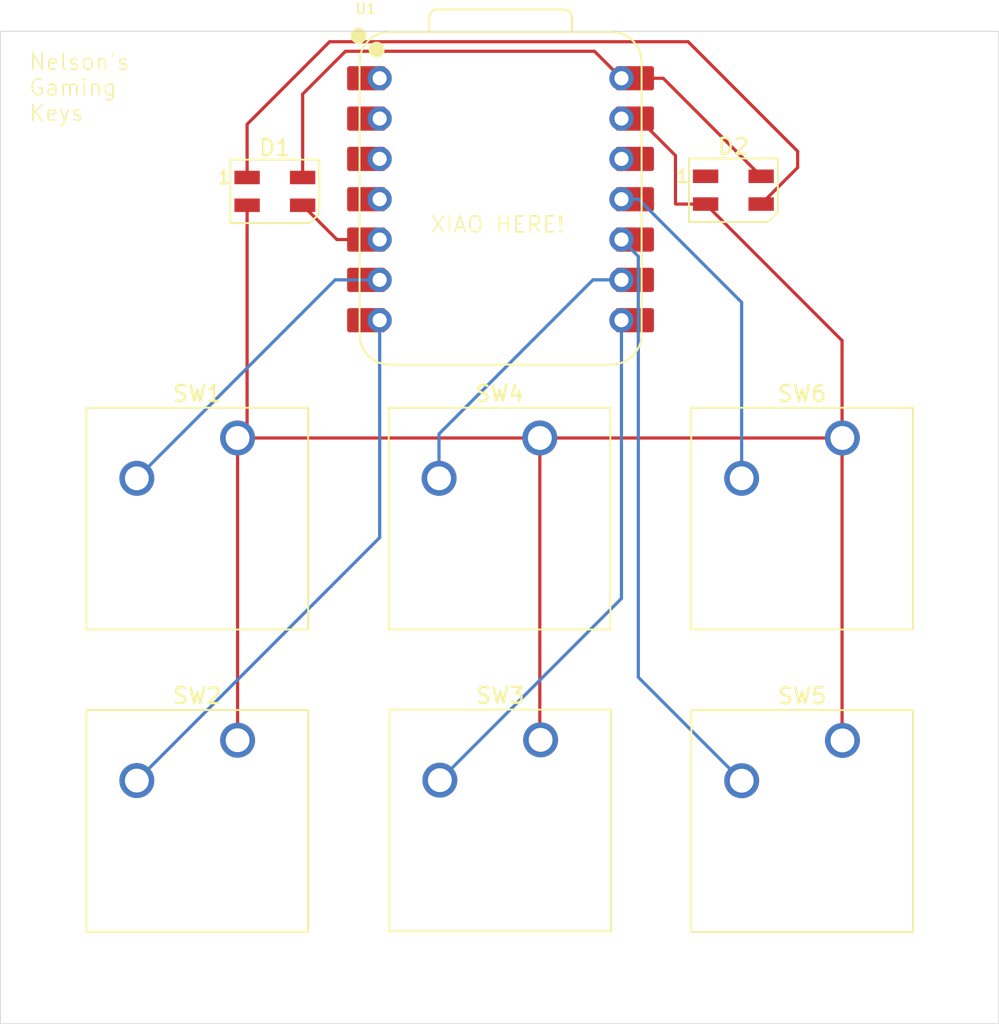
<source format=kicad_pcb>
(kicad_pcb (version 20241229) (generator "pcbnew") (generator_version "9.0")
  (layers (0 "F.Cu" signal) (2 "B.Cu" signal) (13 "F.Paste" user) (15 "B.Paste" user) (5 "F.SilkS" user "F.Silkscreen") (7 "B.SilkS" user "B.Silkscreen") (1 "F.Mask" user) (3 "B.Mask" user) (25 "Edge.Cuts" user))
  (net 0 "")
  (net 1 "GND")
  (net 2 "+5V")
  (net 3 "Net-(D1-DIN)")
  (net 4 "Net-(D1-DOUT)")
  (net 6 "Net-(U1-GPIO1{slash}RX)")
  (net 7 "Net-(U1-GPIO2{slash}SCK)")
  (net 8 "Net-(U1-GPIO4{slash}MISO)")
  (net 9 "Net-(U1-GPIO3{slash}MOSI)")
  (net 12 "Net-(U1-GPIO7{slash}SCL)")
  (net 15 "Net-(U1-GPIO0{slash}TX)")
  (footprint "Button_Switch_Keyboard:SW_Cherry_MX_1.00u_PCB" (layer "F.Cu") (at 164.4 102.7)
    (property "Reference" "SW2" (at -2.54 -2.794 0) (layer "F.SilkS"))
    (property "Value" "SW_Push")
    (fp_line (start -9.525 -1.905) (end 4.445 -1.905) (stroke (width 0.12)) (layer "F.SilkS"))
    (fp_line (start -9.525 12.065) (end -9.525 -1.905) (stroke (width 0.12)) (layer "F.SilkS"))
    (fp_line (start 4.445 -1.905) (end 4.445 12.065) (stroke (width 0.12)) (layer "F.SilkS"))
    (fp_line (start 4.445 12.065) (end -9.525 12.065) (stroke (width 0.12)) (layer "F.SilkS"))
    (pad "" np_thru_hole circle (at -7.62 5.08) (size 1.7 1.7) (drill 1.7) (layers "*.Cu" "*.Mask"))
    (pad "" np_thru_hole circle (at -2.54 5.08) (size 4 4) (drill 4) (layers "*.Cu" "*.Mask"))
    (pad "" np_thru_hole circle (at 2.54 5.08) (size 1.7 1.7) (drill 1.7) (layers "*.Cu" "*.Mask"))
    (pad "1" thru_hole circle (at 0 0) (size 2.2 2.2) (drill 1.5) (layers "*.Cu" "*.Mask") (net 1 "GND"))
    (pad "2" thru_hole circle (at -6.35 2.54) (size 2.2 2.2) (drill 1.5) (layers "*.Cu" "*.Mask") (net 15 "Net-(U1-GPIO0{slash}TX)"))
  )
  (footprint "Button_Switch_Keyboard:SW_Cherry_MX_1.00u_PCB" (layer "F.Cu") (at 164.4 83.66)
    (property "Reference" "SW1" (at -2.54 -2.794 0) (layer "F.SilkS"))
    (property "Value" "SW_Push")
    (fp_line (start -9.525 -1.905) (end 4.445 -1.905) (stroke (width 0.12)) (layer "F.SilkS"))
    (fp_line (start -9.525 12.065) (end -9.525 -1.905) (stroke (width 0.12)) (layer "F.SilkS"))
    (fp_line (start 4.445 -1.905) (end 4.445 12.065) (stroke (width 0.12)) (layer "F.SilkS"))
    (fp_line (start 4.445 12.065) (end -9.525 12.065) (stroke (width 0.12)) (layer "F.SilkS"))
    (pad "" np_thru_hole circle (at -7.62 5.08) (size 1.7 1.7) (drill 1.7) (layers "*.Cu" "*.Mask"))
    (pad "" np_thru_hole circle (at -2.54 5.08) (size 4 4) (drill 4) (layers "*.Cu" "*.Mask"))
    (pad "" np_thru_hole circle (at 2.54 5.08) (size 1.7 1.7) (drill 1.7) (layers "*.Cu" "*.Mask"))
    (pad "1" thru_hole circle (at 0 0) (size 2.2 2.2) (drill 1.5) (layers "*.Cu" "*.Mask") (net 1 "GND"))
    (pad "2" thru_hole circle (at -6.35 2.54) (size 2.2 2.2) (drill 1.5) (layers "*.Cu" "*.Mask") (net 12 "Net-(U1-GPIO7{slash}SCL)"))
  )
  (footprint "Button_Switch_Keyboard:SW_Cherry_MX_1.00u_PCB" (layer "F.Cu") (at 183.5 102.675)
    (property "Reference" "SW3" (at -2.54 -2.794 0) (layer "F.SilkS"))
    (property "Value" "SW_Push")
    (fp_line (start -9.525 -1.905) (end 4.445 -1.905) (stroke (width 0.12)) (layer "F.SilkS"))
    (fp_line (start -9.525 12.065) (end -9.525 -1.905) (stroke (width 0.12)) (layer "F.SilkS"))
    (fp_line (start 4.445 -1.905) (end 4.445 12.065) (stroke (width 0.12)) (layer "F.SilkS"))
    (fp_line (start 4.445 12.065) (end -9.525 12.065) (stroke (width 0.12)) (layer "F.SilkS"))
    (pad "" np_thru_hole circle (at -7.62 5.08) (size 1.7 1.7) (drill 1.7) (layers "*.Cu" "*.Mask"))
    (pad "" np_thru_hole circle (at -2.54 5.08) (size 4 4) (drill 4) (layers "*.Cu" "*.Mask"))
    (pad "" np_thru_hole circle (at 2.54 5.08) (size 1.7 1.7) (drill 1.7) (layers "*.Cu" "*.Mask"))
    (pad "1" thru_hole circle (at 0 0) (size 2.2 2.2) (drill 1.5) (layers "*.Cu" "*.Mask") (net 1 "GND"))
    (pad "2" thru_hole circle (at -6.35 2.54) (size 2.2 2.2) (drill 1.5) (layers "*.Cu" "*.Mask") (net 6 "Net-(U1-GPIO1{slash}RX)"))
  )
  (footprint "OPL:XIAO-RP2040-DIP" (layer "F.Cu") (at 180.975 68.62)
    (property "Reference" "U1" (at -8.5 -12 0) (layer "F.SilkS") (effects (font (size 0.635 0.635) (thickness 0.1016))))
    (property "Value" "XIAO-RP2040-DIP")
    (fp_line (start -8.89 8.509) (end -8.89 -8.636) (stroke (width 0.127)) (layer "F.SilkS"))
    (fp_line (start -6.985 10.414) (end 6.985 10.414) (stroke (width 0.127)) (layer "F.SilkS"))
    (fp_line (start -4.495 -10.541) (end -4.491272 -11.451272) (stroke (width 0.127)) (layer "F.SilkS"))
    (fp_line (start -3.991272 -11.951) (end 4.004 -11.951) (stroke (width 0.127)) (layer "F.SilkS"))
    (fp_line (start 4.504 -11.451) (end 4.504 -10.541) (stroke (width 0.127)) (layer "F.SilkS"))
    (fp_line (start 6.985 -10.541) (end -6.985 -10.541) (stroke (width 0.1)) (layer "F.SilkS"))
    (fp_line (start 6.985 -10.541) (end -6.985 -10.541) (stroke (width 0.127)) (layer "F.SilkS"))
    (fp_line (start 8.89 8.509) (end 8.89 -8.636) (stroke (width 0.127)) (layer "F.SilkS"))
    (fp_arc (start -8.89 -8.636) (mid -8.332038 -9.983038) (end -6.985 -10.541) (stroke (width 0.127)) (layer "F.SilkS"))
    (fp_arc (start -6.985 10.414) (mid -8.332038 9.856038) (end -8.89 8.509) (stroke (width 0.127)) (layer "F.SilkS"))
    (fp_arc (start -4.491272 -11.451272) (mid -4.344728 -11.80464) (end -3.991272 -11.951) (stroke (width 0.127)) (layer "F.SilkS"))
    (fp_arc (start 4.004 -11.951) (mid 4.357553 -11.804553) (end 4.504 -11.451) (stroke (width 0.127)) (layer "F.SilkS"))
    (fp_arc (start 6.985 -10.541) (mid 8.332038 -9.983038) (end 8.89 -8.636) (stroke (width 0.127)) (layer "F.SilkS"))
    (fp_arc (start 8.89 8.509) (mid 8.332038 9.856038) (end 6.985 10.414) (stroke (width 0.127)) (layer "F.SilkS"))
    (fp_circle (center -8.95 -10.3) (end -8.95 -10.554) (stroke (width 0.5)) (fill yes) (layer "F.SilkS"))
    (fp_circle (center -7.807 -9.42) (end -7.807 -9.674) (stroke (width 0.5)) (fill yes) (layer "F.SilkS"))
    (pad "1" smd roundrect (at -8.455 -7.62 180) (size 2.432 1.524) (layers "F.Cu" "F.Mask") (roundrect_rratio 0.1))
    (pad "1" thru_hole circle (at -7.62 -7.62 180) (size 1.524 1.524) (drill 0.889) (layers "*.Cu" "*.Mask"))
    (pad "2" smd roundrect (at -8.455 -5.08 180) (size 2.432 1.524) (layers "F.Cu" "F.Mask") (roundrect_rratio 0.1))
    (pad "2" thru_hole circle (at -7.62 -5.08 180) (size 1.524 1.524) (drill 0.889) (layers "*.Cu" "*.Mask"))
    (pad "3" smd roundrect (at -8.455 -2.54 180) (size 2.432 1.524) (layers "F.Cu" "F.Mask") (roundrect_rratio 0.1))
    (pad "3" thru_hole circle (at -7.62 -2.54 180) (size 1.524 1.524) (drill 0.889) (layers "*.Cu" "*.Mask"))
    (pad "4" smd roundrect (at -8.455 0 180) (size 2.432 1.524) (layers "F.Cu" "F.Mask") (roundrect_rratio 0.1))
    (pad "4" thru_hole circle (at -7.62 0 180) (size 1.524 1.524) (drill 0.889) (layers "*.Cu" "*.Mask"))
    (pad "5" smd roundrect (at -8.455 2.54 180) (size 2.432 1.524) (layers "F.Cu" "F.Mask") (roundrect_rratio 0.1) (net 3 "Net-(D1-DIN)"))
    (pad "5" thru_hole circle (at -7.62 2.54 180) (size 1.524 1.524) (drill 0.889) (layers "*.Cu" "*.Mask") (net 3 "Net-(D1-DIN)"))
    (pad "6" smd roundrect (at -8.455 5.08 180) (size 2.432 1.524) (layers "F.Cu" "F.Mask") (roundrect_rratio 0.1) (net 12 "Net-(U1-GPIO7{slash}SCL)"))
    (pad "6" thru_hole circle (at -7.62 5.08 180) (size 1.524 1.524) (drill 0.889) (layers "*.Cu" "*.Mask") (net 12 "Net-(U1-GPIO7{slash}SCL)"))
    (pad "7" smd roundrect (at -8.455 7.62 180) (size 2.432 1.524) (layers "F.Cu" "F.Mask") (roundrect_rratio 0.1) (net 15 "Net-(U1-GPIO0{slash}TX)"))
    (pad "7" thru_hole circle (at -7.62 7.62 180) (size 1.524 1.524) (drill 0.889) (layers "*.Cu" "*.Mask") (net 15 "Net-(U1-GPIO0{slash}TX)"))
    (pad "8" thru_hole circle (at 7.62 7.62) (size 1.524 1.524) (drill 0.889) (layers "*.Cu" "*.Mask") (net 6 "Net-(U1-GPIO1{slash}RX)"))
    (pad "8" smd roundrect (at 8.455 7.62) (size 2.432 1.524) (layers "F.Cu" "F.Mask") (roundrect_rratio 0.1) (net 6 "Net-(U1-GPIO1{slash}RX)"))
    (pad "9" thru_hole circle (at 7.62 5.08) (size 1.524 1.524) (drill 0.889) (layers "*.Cu" "*.Mask") (net 7 "Net-(U1-GPIO2{slash}SCK)"))
    (pad "9" smd roundrect (at 8.455 5.08) (size 2.432 1.524) (layers "F.Cu" "F.Mask") (roundrect_rratio 0.1) (net 7 "Net-(U1-GPIO2{slash}SCK)"))
    (pad "10" thru_hole circle (at 7.62 2.54) (size 1.524 1.524) (drill 0.889) (layers "*.Cu" "*.Mask") (net 8 "Net-(U1-GPIO4{slash}MISO)"))
    (pad "10" smd roundrect (at 8.455 2.54) (size 2.432 1.524) (layers "F.Cu" "F.Mask") (roundrect_rratio 0.1) (net 8 "Net-(U1-GPIO4{slash}MISO)"))
    (pad "11" thru_hole circle (at 7.62 0) (size 1.524 1.524) (drill 0.889) (layers "*.Cu" "*.Mask") (net 9 "Net-(U1-GPIO3{slash}MOSI)"))
    (pad "11" smd roundrect (at 8.455 0) (size 2.432 1.524) (layers "F.Cu" "F.Mask") (roundrect_rratio 0.1) (net 9 "Net-(U1-GPIO3{slash}MOSI)"))
    (pad "12" thru_hole circle (at 7.62 -2.54) (size 1.524 1.524) (drill 0.889) (layers "*.Cu" "*.Mask"))
    (pad "12" smd roundrect (at 8.455 -2.54) (size 2.432 1.524) (layers "F.Cu" "F.Mask") (roundrect_rratio 0.1))
    (pad "13" thru_hole circle (at 7.62 -5.08) (size 1.524 1.524) (drill 0.889) (layers "*.Cu" "*.Mask") (net 1 "GND"))
    (pad "13" smd roundrect (at 8.455 -5.08) (size 2.432 1.524) (layers "F.Cu" "F.Mask") (roundrect_rratio 0.1) (net 1 "GND"))
    (pad "14" thru_hole circle (at 7.62 -7.62) (size 1.524 1.524) (drill 0.889) (layers "*.Cu" "*.Mask") (net 2 "+5V"))
    (pad "14" smd roundrect (at 8.455 -7.62) (size 2.432 1.524) (layers "F.Cu" "F.Mask") (roundrect_rratio 0.1) (net 2 "+5V"))
  )
  (footprint "Button_Switch_Keyboard:SW_Cherry_MX_1.00u_PCB" (layer "F.Cu") (at 202.525 102.71)
    (property "Reference" "SW5" (at -2.54 -2.794 0) (layer "F.SilkS"))
    (property "Value" "SW_Push")
    (fp_line (start -9.525 -1.905) (end 4.445 -1.905) (stroke (width 0.12)) (layer "F.SilkS"))
    (fp_line (start -9.525 12.065) (end -9.525 -1.905) (stroke (width 0.12)) (layer "F.SilkS"))
    (fp_line (start 4.445 -1.905) (end 4.445 12.065) (stroke (width 0.12)) (layer "F.SilkS"))
    (fp_line (start 4.445 12.065) (end -9.525 12.065) (stroke (width 0.12)) (layer "F.SilkS"))
    (pad "" np_thru_hole circle (at -7.62 5.08) (size 1.7 1.7) (drill 1.7) (layers "*.Cu" "*.Mask"))
    (pad "" np_thru_hole circle (at -2.54 5.08) (size 4 4) (drill 4) (layers "*.Cu" "*.Mask"))
    (pad "" np_thru_hole circle (at 2.54 5.08) (size 1.7 1.7) (drill 1.7) (layers "*.Cu" "*.Mask"))
    (pad "1" thru_hole circle (at 0 0) (size 2.2 2.2) (drill 1.5) (layers "*.Cu" "*.Mask") (net 1 "GND"))
    (pad "2" thru_hole circle (at -6.35 2.54) (size 2.2 2.2) (drill 1.5) (layers "*.Cu" "*.Mask") (net 8 "Net-(U1-GPIO4{slash}MISO)"))
  )
  (footprint "LED_SMD:LED_SK6812MINI_PLCC4_3.5x3.5mm_P1.75mm" (layer "F.Cu") (at 195.65 68.05)
    (property "Reference" "D2" (at 0 -2.75 0) (layer "F.SilkS"))
    (property "Value" "SK6812MINI")
    (fp_line (start -2.8 -2) (end -2.8 2) (stroke (width 0.12)) (layer "F.SilkS"))
    (fp_line (start -2.8 -2) (end 2.8 -2) (stroke (width 0.12)) (layer "F.SilkS"))
    (fp_line (start -2.8 2) (end 2.2 2) (stroke (width 0.12)) (layer "F.SilkS"))
    (fp_line (start 2.8 1.4) (end 2.2 2) (stroke (width 0.12)) (layer "F.SilkS"))
    (fp_line (start 2.8 1.4) (end 2.8 -2) (stroke (width 0.12)) (layer "F.SilkS"))
    (fp_text user "1" (at -3.2 -0.875 0) (layer "F.SilkS") (effects (font (size 0.8 0.8))))
    (pad "1" smd rect (at -1.75 -0.875) (size 1.6 0.85) (layers "F.Cu" "F.Mask" "F.Paste"))
    (pad "2" smd rect (at -1.75 0.875) (size 1.6 0.85) (layers "F.Cu" "F.Mask" "F.Paste") (net 1 "GND"))
    (pad "3" smd rect (at 1.75 0.875) (size 1.6 0.85) (layers "F.Cu" "F.Mask" "F.Paste") (net 4 "Net-(D1-DOUT)"))
    (pad "4" smd rect (at 1.75 -0.875) (size 1.6 0.85) (layers "F.Cu" "F.Mask" "F.Paste") (net 2 "+5V"))
  )
  (footprint "Button_Switch_Keyboard:SW_Cherry_MX_1.00u_PCB" (layer "F.Cu") (at 183.45 83.66)
    (property "Reference" "SW4" (at -2.54 -2.794 0) (layer "F.SilkS"))
    (property "Value" "SW_Push")
    (fp_line (start -9.525 -1.905) (end 4.445 -1.905) (stroke (width 0.12)) (layer "F.SilkS"))
    (fp_line (start -9.525 12.065) (end -9.525 -1.905) (stroke (width 0.12)) (layer "F.SilkS"))
    (fp_line (start 4.445 -1.905) (end 4.445 12.065) (stroke (width 0.12)) (layer "F.SilkS"))
    (fp_line (start 4.445 12.065) (end -9.525 12.065) (stroke (width 0.12)) (layer "F.SilkS"))
    (pad "" np_thru_hole circle (at -7.62 5.08) (size 1.7 1.7) (drill 1.7) (layers "*.Cu" "*.Mask"))
    (pad "" np_thru_hole circle (at -2.54 5.08) (size 4 4) (drill 4) (layers "*.Cu" "*.Mask"))
    (pad "" np_thru_hole circle (at 2.54 5.08) (size 1.7 1.7) (drill 1.7) (layers "*.Cu" "*.Mask"))
    (pad "1" thru_hole circle (at 0 0) (size 2.2 2.2) (drill 1.5) (layers "*.Cu" "*.Mask") (net 1 "GND"))
    (pad "2" thru_hole circle (at -6.35 2.54) (size 2.2 2.2) (drill 1.5) (layers "*.Cu" "*.Mask") (net 7 "Net-(U1-GPIO2{slash}SCK)"))
  )
  (footprint "LED_SMD:LED_SK6812MINI_PLCC4_3.5x3.5mm_P1.75mm" (layer "F.Cu") (at 166.75 68.125)
    (property "Reference" "D1" (at 0 -2.75 0) (layer "F.SilkS"))
    (property "Value" "SK6812MINI")
    (fp_line (start -2.8 -2) (end -2.8 2) (stroke (width 0.12)) (layer "F.SilkS"))
    (fp_line (start -2.8 -2) (end 2.8 -2) (stroke (width 0.12)) (layer "F.SilkS"))
    (fp_line (start -2.8 2) (end 2.2 2) (stroke (width 0.12)) (layer "F.SilkS"))
    (fp_line (start 2.8 1.4) (end 2.2 2) (stroke (width 0.12)) (layer "F.SilkS"))
    (fp_line (start 2.8 1.4) (end 2.8 -2) (stroke (width 0.12)) (layer "F.SilkS"))
    (fp_text user "1" (at -3.2 -0.875 0) (layer "F.SilkS") (effects (font (size 0.8 0.8))))
    (pad "1" smd rect (at -1.75 -0.875) (size 1.6 0.85) (layers "F.Cu" "F.Mask" "F.Paste") (net 4 "Net-(D1-DOUT)"))
    (pad "2" smd rect (at -1.75 0.875) (size 1.6 0.85) (layers "F.Cu" "F.Mask" "F.Paste") (net 1 "GND"))
    (pad "3" smd rect (at 1.75 0.875) (size 1.6 0.85) (layers "F.Cu" "F.Mask" "F.Paste") (net 3 "Net-(D1-DIN)"))
    (pad "4" smd rect (at 1.75 -0.875) (size 1.6 0.85) (layers "F.Cu" "F.Mask" "F.Paste") (net 2 "+5V"))
  )
  (footprint "Button_Switch_Keyboard:SW_Cherry_MX_1.00u_PCB" (layer "F.Cu") (at 202.52 83.66)
    (property "Reference" "SW6" (at -2.54 -2.794 0) (layer "F.SilkS"))
    (property "Value" "SW_Push")
    (fp_line (start -9.525 -1.905) (end 4.445 -1.905) (stroke (width 0.12)) (layer "F.SilkS"))
    (fp_line (start -9.525 12.065) (end -9.525 -1.905) (stroke (width 0.12)) (layer "F.SilkS"))
    (fp_line (start 4.445 -1.905) (end 4.445 12.065) (stroke (width 0.12)) (layer "F.SilkS"))
    (fp_line (start 4.445 12.065) (end -9.525 12.065) (stroke (width 0.12)) (layer "F.SilkS"))
    (pad "" np_thru_hole circle (at -7.62 5.08) (size 1.7 1.7) (drill 1.7) (layers "*.Cu" "*.Mask"))
    (pad "" np_thru_hole circle (at -2.54 5.08) (size 4 4) (drill 4) (layers "*.Cu" "*.Mask"))
    (pad "" np_thru_hole circle (at 2.54 5.08) (size 1.7 1.7) (drill 1.7) (layers "*.Cu" "*.Mask"))
    (pad "1" thru_hole circle (at 0 0) (size 2.2 2.2) (drill 1.5) (layers "*.Cu" "*.Mask") (net 1 "GND"))
    (pad "2" thru_hole circle (at -6.35 2.54) (size 2.2 2.2) (drill 1.5) (layers "*.Cu" "*.Mask") (net 9 "Net-(U1-GPIO3{slash}MOSI)"))
  )
  (gr_rect (start 149.45 58.04) (end 212.375 120.55) (stroke (width 0.05)) (fill no) (layer "Edge.Cuts"))
  (gr_text "Nelson's \nGaming \nKeys" (at 151.2 63.775 0) (layer "F.SilkS") (effects (font (size 1 1) (thickness 0.1)) (justify left bottom)))
  (gr_text "XIAO HERE!" (at 176.5 70.8 0) (layer "F.SilkS") (effects (font (size 1 1) (thickness 0.1)) (justify left bottom)))
  (segment (start 202.5 83.66) (end 202.5 77.525) (width 0.2) (layer "F.Cu") (net 1))
  (segment (start 184.2 83.66) (end 202.5 83.66) (width 0.2) (layer "F.Cu") (net 1))
  (segment (start 183.45 83.66) (end 184.2 83.66) (width 0.2) (layer "F.Cu") (net 1))
  (segment (start 192 65.86737) (end 192 68.9) (width 0.2) (layer "F.Cu") (net 1))
  (segment (start 183.445 83.67) (end 184.19 83.67) (width 0.2) (layer "F.Cu") (net 1))
  (segment (start 164.35 102.75) (end 164.4 102.7) (width 0.2) (layer "F.Cu") (net 1))
  (segment (start 183.45 83.66) (end 183.45 102.71) (width 0.2) (layer "F.Cu") (net 1))
  (segment (start 165 69) (end 165 83.06) (width 0.2) (layer "F.Cu") (net 1))
  (segment (start 164.4 83.66) (end 183.45 83.66) (width 0.2) (layer "F.Cu") (net 1))
  (segment (start 165 83.06) (end 164.4 83.66) (width 0.2) (layer "F.Cu") (net 1))
  (segment (start 164.4 83.66) (end 164.4 102.7) (width 0.2) (layer "F.Cu") (net 1))
  (segment (start 202.5 77.525) (end 193.9 68.925) (width 0.2) (layer "F.Cu") (net 1))
  (segment (start 184.19 83.67) (end 184.2 83.66) (width 0.2) (layer "F.Cu") (net 1))
  (segment (start 192.025 68.925) (end 193.9 68.925) (width 0.2) (layer "F.Cu") (net 1))
  (segment (start 189.67263 63.54) (end 192 65.86737) (width 0.2) (layer "F.Cu") (net 1))
  (segment (start 192 68.9) (end 192.025 68.925) (width 0.2) (layer "F.Cu") (net 1))
  (segment (start 188.595 63.54) (end 189.67263 63.54) (width 0.2) (layer "F.Cu") (net 1))
  (segment (start 164.35 102.85) (end 164.35 102.75) (width 0.2) (layer "F.Cu") (net 1))
  (segment (start 202.5 83.66) (end 202.5 102.71) (width 0.2) (layer "F.Cu") (net 1))
  (segment (start 183.45 102.71) (end 183.44 102.7) (width 0.2) (layer "F.Cu") (net 1))
  (segment (start 171.2 59.3) (end 186.895 59.3) (width 0.2) (layer "F.Cu") (net 2))
  (segment (start 168.5 67.25) (end 168.5 62) (width 0.2) (layer "F.Cu") (net 2))
  (segment (start 191.225 61) (end 197.4 67.175) (width 0.2) (layer "F.Cu") (net 2))
  (segment (start 188.595 61) (end 191.225 61) (width 0.2) (layer "F.Cu") (net 2))
  (segment (start 168.5 62) (end 171.2 59.3) (width 0.2) (layer "F.Cu") (net 2))
  (segment (start 186.895 59.3) (end 188.595 61) (width 0.2) (layer "F.Cu") (net 2))
  (segment (start 170.66 71.16) (end 168.5 69) (width 0.2) (layer "F.Cu") (net 3))
  (segment (start 173.355 71.16) (end 170.66 71.16) (width 0.2) (layer "F.Cu") (net 3))
  (segment (start 199.7 66.625) (end 197.4 68.925) (width 0.2) (layer "F.Cu") (net 4))
  (segment (start 165 67.25) (end 165 63.9) (width 0.2) (layer "F.Cu") (net 4))
  (segment (start 192.8 58.7) (end 199.7 65.6) (width 0.2) (layer "F.Cu") (net 4))
  (segment (start 199.7 65.6) (end 199.7 66.625) (width 0.2) (layer "F.Cu") (net 4))
  (segment (start 165 63.9) (end 170.2 58.7) (width 0.2) (layer "F.Cu") (net 4))
  (segment (start 170.2 58.7) (end 192.8 58.7) (width 0.2) (layer "F.Cu") (net 4))
  (segment (start 177.15 105.215) (end 188.595 93.77) (width 0.2) (layer "B.Cu") (net 6))
  (segment (start 188.595 93.77) (end 188.595 76.24) (width 0.2) (layer "B.Cu") (net 6))
  (segment (start 177.095 83.405) (end 186.8 73.7) (width 0.2) (layer "B.Cu") (net 7))
  (segment (start 186.8 73.7) (end 188.595 73.7) (width 0.2) (layer "B.Cu") (net 7))
  (segment (start 177.095 86.21) (end 177.095 83.405) (width 0.2) (layer "B.Cu") (net 7))
  (segment (start 189.658 72.223) (end 188.595 71.16) (width 0.2) (layer "B.Cu") (net 8))
  (segment (start 189.658 98.733) (end 189.658 72.223) (width 0.2) (layer "B.Cu") (net 8))
  (segment (start 196.175 105.25) (end 189.658 98.733) (width 0.2) (layer "B.Cu") (net 8))
  (segment (start 196.17 75.11737) (end 189.67263 68.62) (width 0.2) (layer "B.Cu") (net 9))
  (segment (start 189.67263 68.62) (end 188.595 68.62) (width 0.2) (layer "B.Cu") (net 9))
  (segment (start 196.17 86.2) (end 196.17 75.11737) (width 0.2) (layer "B.Cu") (net 9))
  (segment (start 158.05 86.2) (end 170.55 73.7) (width 0.2) (layer "B.Cu") (net 12))
  (segment (start 170.55 73.7) (end 173.355 73.7) (width 0.2) (layer "B.Cu") (net 12))
  (segment (start 158.05 105.24) (end 158.05 105.55) (width 0.2) (layer "B.Cu") (net 15))
  (segment (start 173.355 89.935) (end 173.355 76.24) (width 0.2) (layer "B.Cu") (net 15))
  (segment (start 158.05 105.24) (end 173.355 89.935) (width 0.2) (layer "B.Cu") (net 15))
)
</source>
